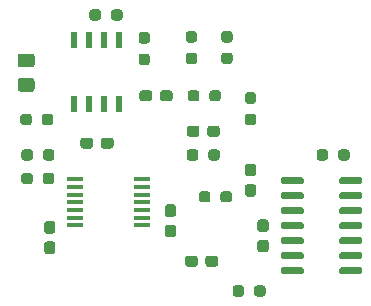
<source format=gtp>
G04 #@! TF.GenerationSoftware,KiCad,Pcbnew,(5.1.9)-1*
G04 #@! TF.CreationDate,2021-08-16T02:32:56+12:00*
G04 #@! TF.ProjectId,Input,496e7075-742e-46b6-9963-61645f706362,rev?*
G04 #@! TF.SameCoordinates,Original*
G04 #@! TF.FileFunction,Paste,Top*
G04 #@! TF.FilePolarity,Positive*
%FSLAX46Y46*%
G04 Gerber Fmt 4.6, Leading zero omitted, Abs format (unit mm)*
G04 Created by KiCad (PCBNEW (5.1.9)-1) date 2021-08-16 02:32:56*
%MOMM*%
%LPD*%
G01*
G04 APERTURE LIST*
%ADD10R,0.533400X1.460500*%
%ADD11R,1.473200X0.355600*%
G04 APERTURE END LIST*
G36*
G01*
X149425000Y406762500D02*
X149425000Y407237500D01*
G75*
G02*
X149662500Y407475000I237500J0D01*
G01*
X150162500Y407475000D01*
G75*
G02*
X150400000Y407237500I0J-237500D01*
G01*
X150400000Y406762500D01*
G75*
G02*
X150162500Y406525000I-237500J0D01*
G01*
X149662500Y406525000D01*
G75*
G02*
X149425000Y406762500I0J237500D01*
G01*
G37*
G36*
G01*
X147600000Y406762500D02*
X147600000Y407237500D01*
G75*
G02*
X147837500Y407475000I237500J0D01*
G01*
X148337500Y407475000D01*
G75*
G02*
X148575000Y407237500I0J-237500D01*
G01*
X148575000Y406762500D01*
G75*
G02*
X148337500Y406525000I-237500J0D01*
G01*
X147837500Y406525000D01*
G75*
G02*
X147600000Y406762500I0J237500D01*
G01*
G37*
G36*
G01*
X148575000Y405237500D02*
X148575000Y404762500D01*
G75*
G02*
X148337500Y404525000I-237500J0D01*
G01*
X147837500Y404525000D01*
G75*
G02*
X147600000Y404762500I0J237500D01*
G01*
X147600000Y405237500D01*
G75*
G02*
X147837500Y405475000I237500J0D01*
G01*
X148337500Y405475000D01*
G75*
G02*
X148575000Y405237500I0J-237500D01*
G01*
G37*
G36*
G01*
X150400000Y405237500D02*
X150400000Y404762500D01*
G75*
G02*
X150162500Y404525000I-237500J0D01*
G01*
X149662500Y404525000D01*
G75*
G02*
X149425000Y404762500I0J237500D01*
G01*
X149425000Y405237500D01*
G75*
G02*
X149662500Y405475000I237500J0D01*
G01*
X150162500Y405475000D01*
G75*
G02*
X150400000Y405237500I0J-237500D01*
G01*
G37*
G36*
G01*
X149762500Y399675000D02*
X150237500Y399675000D01*
G75*
G02*
X150475000Y399437500I0J-237500D01*
G01*
X150475000Y398837500D01*
G75*
G02*
X150237500Y398600000I-237500J0D01*
G01*
X149762500Y398600000D01*
G75*
G02*
X149525000Y398837500I0J237500D01*
G01*
X149525000Y399437500D01*
G75*
G02*
X149762500Y399675000I237500J0D01*
G01*
G37*
G36*
G01*
X149762500Y401400000D02*
X150237500Y401400000D01*
G75*
G02*
X150475000Y401162500I0J-237500D01*
G01*
X150475000Y400562500D01*
G75*
G02*
X150237500Y400325000I-237500J0D01*
G01*
X149762500Y400325000D01*
G75*
G02*
X149525000Y400562500I0J237500D01*
G01*
X149525000Y401162500D01*
G75*
G02*
X149762500Y401400000I237500J0D01*
G01*
G37*
G36*
G01*
X158237500Y416425000D02*
X157762500Y416425000D01*
G75*
G02*
X157525000Y416662500I0J237500D01*
G01*
X157525000Y417162500D01*
G75*
G02*
X157762500Y417400000I237500J0D01*
G01*
X158237500Y417400000D01*
G75*
G02*
X158475000Y417162500I0J-237500D01*
G01*
X158475000Y416662500D01*
G75*
G02*
X158237500Y416425000I-237500J0D01*
G01*
G37*
G36*
G01*
X158237500Y414600000D02*
X157762500Y414600000D01*
G75*
G02*
X157525000Y414837500I0J237500D01*
G01*
X157525000Y415337500D01*
G75*
G02*
X157762500Y415575000I237500J0D01*
G01*
X158237500Y415575000D01*
G75*
G02*
X158475000Y415337500I0J-237500D01*
G01*
X158475000Y414837500D01*
G75*
G02*
X158237500Y414600000I-237500J0D01*
G01*
G37*
G36*
G01*
X153675000Y408237500D02*
X153675000Y407762500D01*
G75*
G02*
X153437500Y407525000I-237500J0D01*
G01*
X152837500Y407525000D01*
G75*
G02*
X152600000Y407762500I0J237500D01*
G01*
X152600000Y408237500D01*
G75*
G02*
X152837500Y408475000I237500J0D01*
G01*
X153437500Y408475000D01*
G75*
G02*
X153675000Y408237500I0J-237500D01*
G01*
G37*
G36*
G01*
X155400000Y408237500D02*
X155400000Y407762500D01*
G75*
G02*
X155162500Y407525000I-237500J0D01*
G01*
X154562500Y407525000D01*
G75*
G02*
X154325000Y407762500I0J237500D01*
G01*
X154325000Y408237500D01*
G75*
G02*
X154562500Y408475000I237500J0D01*
G01*
X155162500Y408475000D01*
G75*
G02*
X155400000Y408237500I0J-237500D01*
G01*
G37*
G36*
G01*
X168297500Y400465000D02*
X167822500Y400465000D01*
G75*
G02*
X167585000Y400702500I0J237500D01*
G01*
X167585000Y401302500D01*
G75*
G02*
X167822500Y401540000I237500J0D01*
G01*
X168297500Y401540000D01*
G75*
G02*
X168535000Y401302500I0J-237500D01*
G01*
X168535000Y400702500D01*
G75*
G02*
X168297500Y400465000I-237500J0D01*
G01*
G37*
G36*
G01*
X168297500Y398740000D02*
X167822500Y398740000D01*
G75*
G02*
X167585000Y398977500I0J237500D01*
G01*
X167585000Y399577500D01*
G75*
G02*
X167822500Y399815000I237500J0D01*
G01*
X168297500Y399815000D01*
G75*
G02*
X168535000Y399577500I0J-237500D01*
G01*
X168535000Y398977500D01*
G75*
G02*
X168297500Y398740000I-237500J0D01*
G01*
G37*
G36*
G01*
X159325000Y411762500D02*
X159325000Y412237500D01*
G75*
G02*
X159562500Y412475000I237500J0D01*
G01*
X160162500Y412475000D01*
G75*
G02*
X160400000Y412237500I0J-237500D01*
G01*
X160400000Y411762500D01*
G75*
G02*
X160162500Y411525000I-237500J0D01*
G01*
X159562500Y411525000D01*
G75*
G02*
X159325000Y411762500I0J237500D01*
G01*
G37*
G36*
G01*
X157600000Y411762500D02*
X157600000Y412237500D01*
G75*
G02*
X157837500Y412475000I237500J0D01*
G01*
X158437500Y412475000D01*
G75*
G02*
X158675000Y412237500I0J-237500D01*
G01*
X158675000Y411762500D01*
G75*
G02*
X158437500Y411525000I-237500J0D01*
G01*
X157837500Y411525000D01*
G75*
G02*
X157600000Y411762500I0J237500D01*
G01*
G37*
G36*
G01*
X171500000Y397340000D02*
X171500000Y397040000D01*
G75*
G02*
X171350000Y396890000I-150000J0D01*
G01*
X169700000Y396890000D01*
G75*
G02*
X169550000Y397040000I0J150000D01*
G01*
X169550000Y397340000D01*
G75*
G02*
X169700000Y397490000I150000J0D01*
G01*
X171350000Y397490000D01*
G75*
G02*
X171500000Y397340000I0J-150000D01*
G01*
G37*
G36*
G01*
X171500000Y398610000D02*
X171500000Y398310000D01*
G75*
G02*
X171350000Y398160000I-150000J0D01*
G01*
X169700000Y398160000D01*
G75*
G02*
X169550000Y398310000I0J150000D01*
G01*
X169550000Y398610000D01*
G75*
G02*
X169700000Y398760000I150000J0D01*
G01*
X171350000Y398760000D01*
G75*
G02*
X171500000Y398610000I0J-150000D01*
G01*
G37*
G36*
G01*
X171500000Y399880000D02*
X171500000Y399580000D01*
G75*
G02*
X171350000Y399430000I-150000J0D01*
G01*
X169700000Y399430000D01*
G75*
G02*
X169550000Y399580000I0J150000D01*
G01*
X169550000Y399880000D01*
G75*
G02*
X169700000Y400030000I150000J0D01*
G01*
X171350000Y400030000D01*
G75*
G02*
X171500000Y399880000I0J-150000D01*
G01*
G37*
G36*
G01*
X171500000Y401150000D02*
X171500000Y400850000D01*
G75*
G02*
X171350000Y400700000I-150000J0D01*
G01*
X169700000Y400700000D01*
G75*
G02*
X169550000Y400850000I0J150000D01*
G01*
X169550000Y401150000D01*
G75*
G02*
X169700000Y401300000I150000J0D01*
G01*
X171350000Y401300000D01*
G75*
G02*
X171500000Y401150000I0J-150000D01*
G01*
G37*
G36*
G01*
X171500000Y402420000D02*
X171500000Y402120000D01*
G75*
G02*
X171350000Y401970000I-150000J0D01*
G01*
X169700000Y401970000D01*
G75*
G02*
X169550000Y402120000I0J150000D01*
G01*
X169550000Y402420000D01*
G75*
G02*
X169700000Y402570000I150000J0D01*
G01*
X171350000Y402570000D01*
G75*
G02*
X171500000Y402420000I0J-150000D01*
G01*
G37*
G36*
G01*
X171500000Y403690000D02*
X171500000Y403390000D01*
G75*
G02*
X171350000Y403240000I-150000J0D01*
G01*
X169700000Y403240000D01*
G75*
G02*
X169550000Y403390000I0J150000D01*
G01*
X169550000Y403690000D01*
G75*
G02*
X169700000Y403840000I150000J0D01*
G01*
X171350000Y403840000D01*
G75*
G02*
X171500000Y403690000I0J-150000D01*
G01*
G37*
G36*
G01*
X171500000Y404960000D02*
X171500000Y404660000D01*
G75*
G02*
X171350000Y404510000I-150000J0D01*
G01*
X169700000Y404510000D01*
G75*
G02*
X169550000Y404660000I0J150000D01*
G01*
X169550000Y404960000D01*
G75*
G02*
X169700000Y405110000I150000J0D01*
G01*
X171350000Y405110000D01*
G75*
G02*
X171500000Y404960000I0J-150000D01*
G01*
G37*
G36*
G01*
X176450000Y404960000D02*
X176450000Y404660000D01*
G75*
G02*
X176300000Y404510000I-150000J0D01*
G01*
X174650000Y404510000D01*
G75*
G02*
X174500000Y404660000I0J150000D01*
G01*
X174500000Y404960000D01*
G75*
G02*
X174650000Y405110000I150000J0D01*
G01*
X176300000Y405110000D01*
G75*
G02*
X176450000Y404960000I0J-150000D01*
G01*
G37*
G36*
G01*
X176450000Y403690000D02*
X176450000Y403390000D01*
G75*
G02*
X176300000Y403240000I-150000J0D01*
G01*
X174650000Y403240000D01*
G75*
G02*
X174500000Y403390000I0J150000D01*
G01*
X174500000Y403690000D01*
G75*
G02*
X174650000Y403840000I150000J0D01*
G01*
X176300000Y403840000D01*
G75*
G02*
X176450000Y403690000I0J-150000D01*
G01*
G37*
G36*
G01*
X176450000Y402420000D02*
X176450000Y402120000D01*
G75*
G02*
X176300000Y401970000I-150000J0D01*
G01*
X174650000Y401970000D01*
G75*
G02*
X174500000Y402120000I0J150000D01*
G01*
X174500000Y402420000D01*
G75*
G02*
X174650000Y402570000I150000J0D01*
G01*
X176300000Y402570000D01*
G75*
G02*
X176450000Y402420000I0J-150000D01*
G01*
G37*
G36*
G01*
X176450000Y401150000D02*
X176450000Y400850000D01*
G75*
G02*
X176300000Y400700000I-150000J0D01*
G01*
X174650000Y400700000D01*
G75*
G02*
X174500000Y400850000I0J150000D01*
G01*
X174500000Y401150000D01*
G75*
G02*
X174650000Y401300000I150000J0D01*
G01*
X176300000Y401300000D01*
G75*
G02*
X176450000Y401150000I0J-150000D01*
G01*
G37*
G36*
G01*
X176450000Y399880000D02*
X176450000Y399580000D01*
G75*
G02*
X176300000Y399430000I-150000J0D01*
G01*
X174650000Y399430000D01*
G75*
G02*
X174500000Y399580000I0J150000D01*
G01*
X174500000Y399880000D01*
G75*
G02*
X174650000Y400030000I150000J0D01*
G01*
X176300000Y400030000D01*
G75*
G02*
X176450000Y399880000I0J-150000D01*
G01*
G37*
G36*
G01*
X176450000Y398610000D02*
X176450000Y398310000D01*
G75*
G02*
X176300000Y398160000I-150000J0D01*
G01*
X174650000Y398160000D01*
G75*
G02*
X174500000Y398310000I0J150000D01*
G01*
X174500000Y398610000D01*
G75*
G02*
X174650000Y398760000I150000J0D01*
G01*
X176300000Y398760000D01*
G75*
G02*
X176450000Y398610000I0J-150000D01*
G01*
G37*
G36*
G01*
X176450000Y397340000D02*
X176450000Y397040000D01*
G75*
G02*
X176300000Y396890000I-150000J0D01*
G01*
X174650000Y396890000D01*
G75*
G02*
X174500000Y397040000I0J150000D01*
G01*
X174500000Y397340000D01*
G75*
G02*
X174650000Y397490000I150000J0D01*
G01*
X176300000Y397490000D01*
G75*
G02*
X176450000Y397340000I0J-150000D01*
G01*
G37*
D10*
X155905000Y411275850D03*
X154635000Y411275850D03*
X153365000Y411275850D03*
X152095000Y411275850D03*
X152095000Y416724150D03*
X153365000Y416724150D03*
X154635000Y416724150D03*
X155905000Y416724150D03*
D11*
X157819400Y404949999D03*
X157819400Y404300000D03*
X157819400Y403649999D03*
X157819400Y403000000D03*
X157819400Y402349999D03*
X157819400Y401700000D03*
X157819400Y401049999D03*
X152180600Y401050001D03*
X152180600Y401700000D03*
X152180600Y402350001D03*
X152180600Y403000000D03*
X152180600Y403649999D03*
X152180600Y404300000D03*
X152180600Y404950001D03*
G36*
G01*
X174425000Y406762500D02*
X174425000Y407237500D01*
G75*
G02*
X174662500Y407475000I237500J0D01*
G01*
X175162500Y407475000D01*
G75*
G02*
X175400000Y407237500I0J-237500D01*
G01*
X175400000Y406762500D01*
G75*
G02*
X175162500Y406525000I-237500J0D01*
G01*
X174662500Y406525000D01*
G75*
G02*
X174425000Y406762500I0J237500D01*
G01*
G37*
G36*
G01*
X172600000Y406762500D02*
X172600000Y407237500D01*
G75*
G02*
X172837500Y407475000I237500J0D01*
G01*
X173337500Y407475000D01*
G75*
G02*
X173575000Y407237500I0J-237500D01*
G01*
X173575000Y406762500D01*
G75*
G02*
X173337500Y406525000I-237500J0D01*
G01*
X172837500Y406525000D01*
G75*
G02*
X172600000Y406762500I0J237500D01*
G01*
G37*
G36*
G01*
X167307500Y395242500D02*
X167307500Y395717500D01*
G75*
G02*
X167545000Y395955000I237500J0D01*
G01*
X168045000Y395955000D01*
G75*
G02*
X168282500Y395717500I0J-237500D01*
G01*
X168282500Y395242500D01*
G75*
G02*
X168045000Y395005000I-237500J0D01*
G01*
X167545000Y395005000D01*
G75*
G02*
X167307500Y395242500I0J237500D01*
G01*
G37*
G36*
G01*
X165482500Y395242500D02*
X165482500Y395717500D01*
G75*
G02*
X165720000Y395955000I237500J0D01*
G01*
X166220000Y395955000D01*
G75*
G02*
X166457500Y395717500I0J-237500D01*
G01*
X166457500Y395242500D01*
G75*
G02*
X166220000Y395005000I-237500J0D01*
G01*
X165720000Y395005000D01*
G75*
G02*
X165482500Y395242500I0J237500D01*
G01*
G37*
G36*
G01*
X164762500Y415662500D02*
X165237500Y415662500D01*
G75*
G02*
X165475000Y415425000I0J-237500D01*
G01*
X165475000Y414925000D01*
G75*
G02*
X165237500Y414687500I-237500J0D01*
G01*
X164762500Y414687500D01*
G75*
G02*
X164525000Y414925000I0J237500D01*
G01*
X164525000Y415425000D01*
G75*
G02*
X164762500Y415662500I237500J0D01*
G01*
G37*
G36*
G01*
X164762500Y417487500D02*
X165237500Y417487500D01*
G75*
G02*
X165475000Y417250000I0J-237500D01*
G01*
X165475000Y416750000D01*
G75*
G02*
X165237500Y416512500I-237500J0D01*
G01*
X164762500Y416512500D01*
G75*
G02*
X164525000Y416750000I0J237500D01*
G01*
X164525000Y417250000D01*
G75*
G02*
X164762500Y417487500I237500J0D01*
G01*
G37*
G36*
G01*
X161762500Y415662500D02*
X162237500Y415662500D01*
G75*
G02*
X162475000Y415425000I0J-237500D01*
G01*
X162475000Y414925000D01*
G75*
G02*
X162237500Y414687500I-237500J0D01*
G01*
X161762500Y414687500D01*
G75*
G02*
X161525000Y414925000I0J237500D01*
G01*
X161525000Y415425000D01*
G75*
G02*
X161762500Y415662500I237500J0D01*
G01*
G37*
G36*
G01*
X161762500Y417487500D02*
X162237500Y417487500D01*
G75*
G02*
X162475000Y417250000I0J-237500D01*
G01*
X162475000Y416750000D01*
G75*
G02*
X162237500Y416512500I-237500J0D01*
G01*
X161762500Y416512500D01*
G75*
G02*
X161525000Y416750000I0J237500D01*
G01*
X161525000Y417250000D01*
G75*
G02*
X161762500Y417487500I237500J0D01*
G01*
G37*
G36*
G01*
X156167500Y419087500D02*
X156167500Y418612500D01*
G75*
G02*
X155930000Y418375000I-237500J0D01*
G01*
X155430000Y418375000D01*
G75*
G02*
X155192500Y418612500I0J237500D01*
G01*
X155192500Y419087500D01*
G75*
G02*
X155430000Y419325000I237500J0D01*
G01*
X155930000Y419325000D01*
G75*
G02*
X156167500Y419087500I0J-237500D01*
G01*
G37*
G36*
G01*
X154342500Y419087500D02*
X154342500Y418612500D01*
G75*
G02*
X154105000Y418375000I-237500J0D01*
G01*
X153605000Y418375000D01*
G75*
G02*
X153367500Y418612500I0J237500D01*
G01*
X153367500Y419087500D01*
G75*
G02*
X153605000Y419325000I237500J0D01*
G01*
X154105000Y419325000D01*
G75*
G02*
X154342500Y419087500I0J-237500D01*
G01*
G37*
G36*
G01*
X163512500Y411762500D02*
X163512500Y412237500D01*
G75*
G02*
X163750000Y412475000I237500J0D01*
G01*
X164250000Y412475000D01*
G75*
G02*
X164487500Y412237500I0J-237500D01*
G01*
X164487500Y411762500D01*
G75*
G02*
X164250000Y411525000I-237500J0D01*
G01*
X163750000Y411525000D01*
G75*
G02*
X163512500Y411762500I0J237500D01*
G01*
G37*
G36*
G01*
X161687500Y411762500D02*
X161687500Y412237500D01*
G75*
G02*
X161925000Y412475000I237500J0D01*
G01*
X162425000Y412475000D01*
G75*
G02*
X162662500Y412237500I0J-237500D01*
G01*
X162662500Y411762500D01*
G75*
G02*
X162425000Y411525000I-237500J0D01*
G01*
X161925000Y411525000D01*
G75*
G02*
X161687500Y411762500I0J237500D01*
G01*
G37*
G36*
G01*
X166762500Y410487500D02*
X167237500Y410487500D01*
G75*
G02*
X167475000Y410250000I0J-237500D01*
G01*
X167475000Y409750000D01*
G75*
G02*
X167237500Y409512500I-237500J0D01*
G01*
X166762500Y409512500D01*
G75*
G02*
X166525000Y409750000I0J237500D01*
G01*
X166525000Y410250000D01*
G75*
G02*
X166762500Y410487500I237500J0D01*
G01*
G37*
G36*
G01*
X166762500Y412312500D02*
X167237500Y412312500D01*
G75*
G02*
X167475000Y412075000I0J-237500D01*
G01*
X167475000Y411575000D01*
G75*
G02*
X167237500Y411337500I-237500J0D01*
G01*
X166762500Y411337500D01*
G75*
G02*
X166525000Y411575000I0J237500D01*
G01*
X166525000Y412075000D01*
G75*
G02*
X166762500Y412312500I237500J0D01*
G01*
G37*
G36*
G01*
X163425000Y406762500D02*
X163425000Y407237500D01*
G75*
G02*
X163662500Y407475000I237500J0D01*
G01*
X164162500Y407475000D01*
G75*
G02*
X164400000Y407237500I0J-237500D01*
G01*
X164400000Y406762500D01*
G75*
G02*
X164162500Y406525000I-237500J0D01*
G01*
X163662500Y406525000D01*
G75*
G02*
X163425000Y406762500I0J237500D01*
G01*
G37*
G36*
G01*
X161600000Y406762500D02*
X161600000Y407237500D01*
G75*
G02*
X161837500Y407475000I237500J0D01*
G01*
X162337500Y407475000D01*
G75*
G02*
X162575000Y407237500I0J-237500D01*
G01*
X162575000Y406762500D01*
G75*
G02*
X162337500Y406525000I-237500J0D01*
G01*
X161837500Y406525000D01*
G75*
G02*
X161600000Y406762500I0J237500D01*
G01*
G37*
G36*
G01*
X163608200Y403691100D02*
X163608200Y403216100D01*
G75*
G02*
X163370700Y402978600I-237500J0D01*
G01*
X162870700Y402978600D01*
G75*
G02*
X162633200Y403216100I0J237500D01*
G01*
X162633200Y403691100D01*
G75*
G02*
X162870700Y403928600I237500J0D01*
G01*
X163370700Y403928600D01*
G75*
G02*
X163608200Y403691100I0J-237500D01*
G01*
G37*
G36*
G01*
X165433200Y403691100D02*
X165433200Y403216100D01*
G75*
G02*
X165195700Y402978600I-237500J0D01*
G01*
X164695700Y402978600D01*
G75*
G02*
X164458200Y403216100I0J237500D01*
G01*
X164458200Y403691100D01*
G75*
G02*
X164695700Y403928600I237500J0D01*
G01*
X165195700Y403928600D01*
G75*
G02*
X165433200Y403691100I0J-237500D01*
G01*
G37*
G36*
G01*
X148487500Y410237500D02*
X148487500Y409762500D01*
G75*
G02*
X148250000Y409525000I-237500J0D01*
G01*
X147750000Y409525000D01*
G75*
G02*
X147512500Y409762500I0J237500D01*
G01*
X147512500Y410237500D01*
G75*
G02*
X147750000Y410475000I237500J0D01*
G01*
X148250000Y410475000D01*
G75*
G02*
X148487500Y410237500I0J-237500D01*
G01*
G37*
G36*
G01*
X150312500Y410237500D02*
X150312500Y409762500D01*
G75*
G02*
X150075000Y409525000I-237500J0D01*
G01*
X149575000Y409525000D01*
G75*
G02*
X149337500Y409762500I0J237500D01*
G01*
X149337500Y410237500D01*
G75*
G02*
X149575000Y410475000I237500J0D01*
G01*
X150075000Y410475000D01*
G75*
G02*
X150312500Y410237500I0J-237500D01*
G01*
G37*
G36*
G01*
X166762500Y404537500D02*
X167237500Y404537500D01*
G75*
G02*
X167475000Y404300000I0J-237500D01*
G01*
X167475000Y403700000D01*
G75*
G02*
X167237500Y403462500I-237500J0D01*
G01*
X166762500Y403462500D01*
G75*
G02*
X166525000Y403700000I0J237500D01*
G01*
X166525000Y404300000D01*
G75*
G02*
X166762500Y404537500I237500J0D01*
G01*
G37*
G36*
G01*
X166762500Y406262500D02*
X167237500Y406262500D01*
G75*
G02*
X167475000Y406025000I0J-237500D01*
G01*
X167475000Y405425000D01*
G75*
G02*
X167237500Y405187500I-237500J0D01*
G01*
X166762500Y405187500D01*
G75*
G02*
X166525000Y405425000I0J237500D01*
G01*
X166525000Y406025000D01*
G75*
G02*
X166762500Y406262500I237500J0D01*
G01*
G37*
G36*
G01*
X163325000Y408762500D02*
X163325000Y409237500D01*
G75*
G02*
X163562500Y409475000I237500J0D01*
G01*
X164162500Y409475000D01*
G75*
G02*
X164400000Y409237500I0J-237500D01*
G01*
X164400000Y408762500D01*
G75*
G02*
X164162500Y408525000I-237500J0D01*
G01*
X163562500Y408525000D01*
G75*
G02*
X163325000Y408762500I0J237500D01*
G01*
G37*
G36*
G01*
X161600000Y408762500D02*
X161600000Y409237500D01*
G75*
G02*
X161837500Y409475000I237500J0D01*
G01*
X162437500Y409475000D01*
G75*
G02*
X162675000Y409237500I0J-237500D01*
G01*
X162675000Y408762500D01*
G75*
G02*
X162437500Y408525000I-237500J0D01*
G01*
X161837500Y408525000D01*
G75*
G02*
X161600000Y408762500I0J237500D01*
G01*
G37*
G36*
G01*
X159985700Y401096600D02*
X160460700Y401096600D01*
G75*
G02*
X160698200Y400859100I0J-237500D01*
G01*
X160698200Y400259100D01*
G75*
G02*
X160460700Y400021600I-237500J0D01*
G01*
X159985700Y400021600D01*
G75*
G02*
X159748200Y400259100I0J237500D01*
G01*
X159748200Y400859100D01*
G75*
G02*
X159985700Y401096600I237500J0D01*
G01*
G37*
G36*
G01*
X159985700Y402821600D02*
X160460700Y402821600D01*
G75*
G02*
X160698200Y402584100I0J-237500D01*
G01*
X160698200Y401984100D01*
G75*
G02*
X160460700Y401746600I-237500J0D01*
G01*
X159985700Y401746600D01*
G75*
G02*
X159748200Y401984100I0J237500D01*
G01*
X159748200Y402584100D01*
G75*
G02*
X159985700Y402821600I237500J0D01*
G01*
G37*
G36*
G01*
X162537500Y398237500D02*
X162537500Y397762500D01*
G75*
G02*
X162300000Y397525000I-237500J0D01*
G01*
X161700000Y397525000D01*
G75*
G02*
X161462500Y397762500I0J237500D01*
G01*
X161462500Y398237500D01*
G75*
G02*
X161700000Y398475000I237500J0D01*
G01*
X162300000Y398475000D01*
G75*
G02*
X162537500Y398237500I0J-237500D01*
G01*
G37*
G36*
G01*
X164262500Y398237500D02*
X164262500Y397762500D01*
G75*
G02*
X164025000Y397525000I-237500J0D01*
G01*
X163425000Y397525000D01*
G75*
G02*
X163187500Y397762500I0J237500D01*
G01*
X163187500Y398237500D01*
G75*
G02*
X163425000Y398475000I237500J0D01*
G01*
X164025000Y398475000D01*
G75*
G02*
X164262500Y398237500I0J-237500D01*
G01*
G37*
G36*
G01*
X148475000Y414412500D02*
X147525000Y414412500D01*
G75*
G02*
X147275000Y414662500I0J250000D01*
G01*
X147275000Y415337500D01*
G75*
G02*
X147525000Y415587500I250000J0D01*
G01*
X148475000Y415587500D01*
G75*
G02*
X148725000Y415337500I0J-250000D01*
G01*
X148725000Y414662500D01*
G75*
G02*
X148475000Y414412500I-250000J0D01*
G01*
G37*
G36*
G01*
X148475000Y412337500D02*
X147525000Y412337500D01*
G75*
G02*
X147275000Y412587500I0J250000D01*
G01*
X147275000Y413262500D01*
G75*
G02*
X147525000Y413512500I250000J0D01*
G01*
X148475000Y413512500D01*
G75*
G02*
X148725000Y413262500I0J-250000D01*
G01*
X148725000Y412587500D01*
G75*
G02*
X148475000Y412337500I-250000J0D01*
G01*
G37*
M02*

</source>
